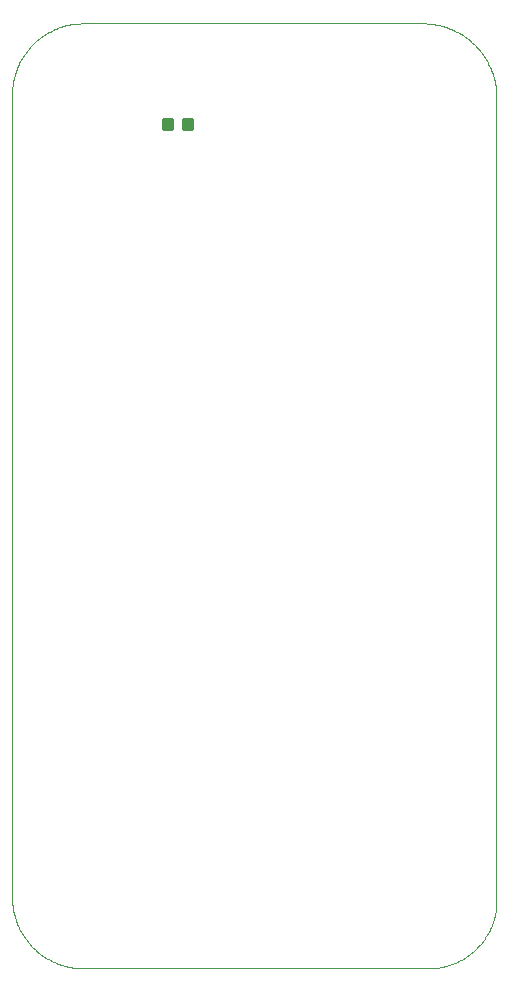
<source format=gtp>
G75*
%MOIN*%
%OFA0B0*%
%FSLAX25Y25*%
%IPPOS*%
%LPD*%
%AMOC8*
5,1,8,0,0,1.08239X$1,22.5*
%
%ADD10C,0.00000*%
%ADD11C,0.00984*%
D10*
X0001500Y0025122D02*
X0001500Y0292839D01*
X0001507Y0293410D01*
X0001528Y0293980D01*
X0001562Y0294550D01*
X0001610Y0295119D01*
X0001672Y0295686D01*
X0001748Y0296252D01*
X0001837Y0296816D01*
X0001940Y0297377D01*
X0002057Y0297936D01*
X0002186Y0298492D01*
X0002330Y0299045D01*
X0002486Y0299594D01*
X0002656Y0300139D01*
X0002839Y0300679D01*
X0003035Y0301215D01*
X0003244Y0301747D01*
X0003466Y0302273D01*
X0003700Y0302793D01*
X0003947Y0303308D01*
X0004206Y0303817D01*
X0004477Y0304319D01*
X0004761Y0304814D01*
X0005056Y0305303D01*
X0005363Y0305784D01*
X0005681Y0306258D01*
X0006011Y0306724D01*
X0006352Y0307181D01*
X0006705Y0307631D01*
X0007067Y0308071D01*
X0007441Y0308503D01*
X0007824Y0308926D01*
X0008218Y0309339D01*
X0008622Y0309743D01*
X0009035Y0310137D01*
X0009458Y0310520D01*
X0009890Y0310894D01*
X0010330Y0311256D01*
X0010780Y0311609D01*
X0011237Y0311950D01*
X0011703Y0312280D01*
X0012177Y0312598D01*
X0012658Y0312905D01*
X0013147Y0313200D01*
X0013642Y0313484D01*
X0014144Y0313755D01*
X0014653Y0314014D01*
X0015168Y0314261D01*
X0015688Y0314495D01*
X0016214Y0314717D01*
X0016746Y0314926D01*
X0017282Y0315122D01*
X0017822Y0315305D01*
X0018367Y0315475D01*
X0018916Y0315631D01*
X0019469Y0315775D01*
X0020025Y0315904D01*
X0020584Y0316021D01*
X0021145Y0316124D01*
X0021709Y0316213D01*
X0022275Y0316289D01*
X0022842Y0316351D01*
X0023411Y0316399D01*
X0023981Y0316433D01*
X0024551Y0316454D01*
X0025122Y0316461D01*
X0139295Y0316461D01*
X0139295Y0316460D02*
X0139890Y0316429D01*
X0140483Y0316384D01*
X0141075Y0316324D01*
X0141666Y0316250D01*
X0142254Y0316162D01*
X0142840Y0316060D01*
X0143424Y0315943D01*
X0144004Y0315813D01*
X0144582Y0315668D01*
X0145155Y0315510D01*
X0145725Y0315337D01*
X0146290Y0315151D01*
X0146851Y0314952D01*
X0147406Y0314739D01*
X0147957Y0314512D01*
X0148502Y0314273D01*
X0149040Y0314020D01*
X0149573Y0313754D01*
X0150099Y0313476D01*
X0150618Y0313184D01*
X0151129Y0312881D01*
X0151634Y0312565D01*
X0152130Y0312237D01*
X0152619Y0311897D01*
X0153099Y0311545D01*
X0153571Y0311182D01*
X0154033Y0310808D01*
X0154487Y0310423D01*
X0154930Y0310026D01*
X0155365Y0309619D01*
X0155789Y0309202D01*
X0156203Y0308775D01*
X0156607Y0308337D01*
X0157000Y0307891D01*
X0157382Y0307434D01*
X0157753Y0306969D01*
X0158112Y0306495D01*
X0158460Y0306012D01*
X0158796Y0305521D01*
X0159121Y0305022D01*
X0159433Y0304515D01*
X0159733Y0304001D01*
X0160020Y0303480D01*
X0160294Y0302952D01*
X0160556Y0302418D01*
X0160805Y0301877D01*
X0161041Y0301331D01*
X0161263Y0300779D01*
X0161472Y0300221D01*
X0161667Y0299659D01*
X0161849Y0299093D01*
X0162017Y0298522D01*
X0162171Y0297947D01*
X0162312Y0297369D01*
X0162438Y0296787D01*
X0162550Y0296203D01*
X0162648Y0295616D01*
X0162732Y0295026D01*
X0162801Y0294435D01*
X0162857Y0293843D01*
X0162897Y0293249D01*
X0162924Y0292655D01*
X0162936Y0292060D01*
X0162934Y0291465D01*
X0162917Y0290870D01*
X0162917Y0023154D01*
X0162918Y0023154D02*
X0162887Y0022607D01*
X0162844Y0022061D01*
X0162787Y0021517D01*
X0162717Y0020974D01*
X0162634Y0020432D01*
X0162538Y0019893D01*
X0162429Y0019357D01*
X0162307Y0018823D01*
X0162172Y0018292D01*
X0162024Y0017765D01*
X0161864Y0017241D01*
X0161691Y0016722D01*
X0161506Y0016207D01*
X0161308Y0015696D01*
X0161098Y0015190D01*
X0160875Y0014690D01*
X0160641Y0014195D01*
X0160395Y0013706D01*
X0160137Y0013223D01*
X0159867Y0012746D01*
X0159586Y0012276D01*
X0159294Y0011813D01*
X0158991Y0011357D01*
X0158676Y0010909D01*
X0158351Y0010468D01*
X0158016Y0010036D01*
X0157670Y0009611D01*
X0157314Y0009195D01*
X0156948Y0008788D01*
X0156572Y0008390D01*
X0156187Y0008001D01*
X0155792Y0007621D01*
X0155388Y0007251D01*
X0154976Y0006891D01*
X0154555Y0006541D01*
X0154125Y0006201D01*
X0153688Y0005872D01*
X0153243Y0005553D01*
X0152790Y0005245D01*
X0152330Y0004948D01*
X0151862Y0004663D01*
X0151388Y0004389D01*
X0150908Y0004126D01*
X0150421Y0003875D01*
X0149929Y0003636D01*
X0149430Y0003409D01*
X0148927Y0003194D01*
X0148418Y0002991D01*
X0147905Y0002800D01*
X0147387Y0002622D01*
X0146865Y0002457D01*
X0146339Y0002304D01*
X0145810Y0002164D01*
X0145277Y0002037D01*
X0144742Y0001923D01*
X0144204Y0001821D01*
X0143663Y0001733D01*
X0143121Y0001658D01*
X0142577Y0001596D01*
X0142032Y0001547D01*
X0141485Y0001511D01*
X0140938Y0001489D01*
X0140391Y0001479D01*
X0139843Y0001483D01*
X0139296Y0001500D01*
X0139295Y0001500D02*
X0025122Y0001500D01*
X0024551Y0001507D01*
X0023981Y0001528D01*
X0023411Y0001562D01*
X0022842Y0001610D01*
X0022275Y0001672D01*
X0021709Y0001748D01*
X0021145Y0001837D01*
X0020584Y0001940D01*
X0020025Y0002057D01*
X0019469Y0002186D01*
X0018916Y0002330D01*
X0018367Y0002486D01*
X0017822Y0002656D01*
X0017282Y0002839D01*
X0016746Y0003035D01*
X0016214Y0003244D01*
X0015688Y0003466D01*
X0015168Y0003700D01*
X0014653Y0003947D01*
X0014144Y0004206D01*
X0013642Y0004477D01*
X0013147Y0004761D01*
X0012658Y0005056D01*
X0012177Y0005363D01*
X0011703Y0005681D01*
X0011237Y0006011D01*
X0010780Y0006352D01*
X0010330Y0006705D01*
X0009890Y0007067D01*
X0009458Y0007441D01*
X0009035Y0007824D01*
X0008622Y0008218D01*
X0008218Y0008622D01*
X0007824Y0009035D01*
X0007441Y0009458D01*
X0007067Y0009890D01*
X0006705Y0010330D01*
X0006352Y0010780D01*
X0006011Y0011237D01*
X0005681Y0011703D01*
X0005363Y0012177D01*
X0005056Y0012658D01*
X0004761Y0013147D01*
X0004477Y0013642D01*
X0004206Y0014144D01*
X0003947Y0014653D01*
X0003700Y0015168D01*
X0003466Y0015688D01*
X0003244Y0016214D01*
X0003035Y0016746D01*
X0002839Y0017282D01*
X0002656Y0017822D01*
X0002486Y0018367D01*
X0002330Y0018916D01*
X0002186Y0019469D01*
X0002057Y0020025D01*
X0001940Y0020584D01*
X0001837Y0021145D01*
X0001748Y0021709D01*
X0001672Y0022275D01*
X0001610Y0022842D01*
X0001562Y0023411D01*
X0001528Y0023981D01*
X0001507Y0024551D01*
X0001500Y0025122D01*
D11*
X0051796Y0284669D02*
X0054748Y0284669D01*
X0054748Y0281323D01*
X0051796Y0281323D01*
X0051796Y0284669D01*
X0051796Y0282258D02*
X0054748Y0282258D01*
X0054748Y0283193D02*
X0051796Y0283193D01*
X0051796Y0284128D02*
X0054748Y0284128D01*
X0058489Y0284669D02*
X0061441Y0284669D01*
X0061441Y0281323D01*
X0058489Y0281323D01*
X0058489Y0284669D01*
X0058489Y0282258D02*
X0061441Y0282258D01*
X0061441Y0283193D02*
X0058489Y0283193D01*
X0058489Y0284128D02*
X0061441Y0284128D01*
M02*

</source>
